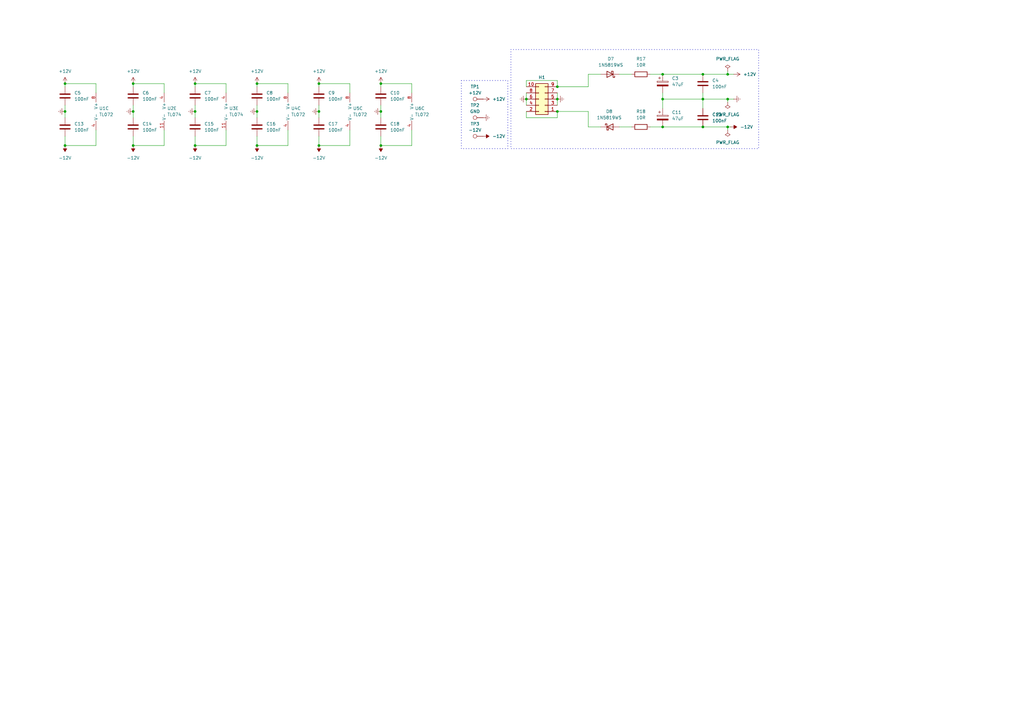
<source format=kicad_sch>
(kicad_sch (version 20250114) (generator "eeschema") (generator_version "9.0")
  (paper "A3")
  (lib_symbols
    (symbol "Amplifier_Operational:TL072" (pin_names (offset 0.127))
      (property "Reference" "U" (at 0 5.08 0))
      (property "Value" "TL072" (at 0 -5.08 0))
      (symbol "TL072_1_1"
        (polyline (pts (xy -5.08 5.08) (xy 5.08 0) (xy -5.08 -5.08) (xy -5.08 5.08)) (stroke (width 0.254)) (fill (type background)))
        (pin input line (at -7.62 2.54 0) (length 2.54) (name "+") (number "3"))
        (pin input line (at -7.62 -2.54 0) (length 2.54) (name "-") (number "2"))
        (pin output line (at 7.62 0 180) (length 2.54) (name "~") (number "1"))
      )
      (symbol "TL072_2_1"
        (polyline (pts (xy -5.08 5.08) (xy 5.08 0) (xy -5.08 -5.08) (xy -5.08 5.08)) (stroke (width 0.254)) (fill (type background)))
        (pin input line (at -7.62 2.54 0) (length 2.54) (name "+") (number "5"))
        (pin input line (at -7.62 -2.54 0) (length 2.54) (name "-") (number "6"))
        (pin output line (at 7.62 0 180) (length 2.54) (name "~") (number "7"))
      )
      (symbol "TL072_3_1"
        (pin power_in line (at -2.54 7.62 270) (length 3.81) (name "V+") (number "8"))
        (pin power_in line (at -2.54 -7.62 90) (length 3.81) (name "V-") (number "4"))
      )
    )
    (symbol "Amplifier_Operational:TL074" (pin_names (offset 0.127))
      (property "Reference" "U" (at 0 5.08 0))
      (property "Value" "TL074" (at 0 -5.08 0))
      (symbol "TL074_1_1"
        (polyline (pts (xy -5.08 5.08) (xy 5.08 0) (xy -5.08 -5.08) (xy -5.08 5.08)) (stroke (width 0.254)) (fill (type background)))
        (pin input line (at -7.62 2.54 0) (length 2.54) (name "+") (number "3"))
        (pin input line (at -7.62 -2.54 0) (length 2.54) (name "-") (number "2"))
        (pin output line (at 7.62 0 180) (length 2.54) (name "~") (number "1"))
      )
      (symbol "TL074_2_1"
        (polyline (pts (xy -5.08 5.08) (xy 5.08 0) (xy -5.08 -5.08) (xy -5.08 5.08)) (stroke (width 0.254)) (fill (type background)))
        (pin input line (at -7.62 2.54 0) (length 2.54) (name "+") (number "5"))
        (pin input line (at -7.62 -2.54 0) (length 2.54) (name "-") (number "6"))
        (pin output line (at 7.62 0 180) (length 2.54) (name "~") (number "7"))
      )
      (symbol "TL074_3_1"
        (polyline (pts (xy -5.08 5.08) (xy 5.08 0) (xy -5.08 -5.08) (xy -5.08 5.08)) (stroke (width 0.254)) (fill (type background)))
        (pin input line (at -7.62 2.54 0) (length 2.54) (name "+") (number "10"))
        (pin input line (at -7.62 -2.54 0) (length 2.54) (name "-") (number "9"))
        (pin output line (at 7.62 0 180) (length 2.54) (name "~") (number "8"))
      )
      (symbol "TL074_4_1"
        (polyline (pts (xy -5.08 5.08) (xy 5.08 0) (xy -5.08 -5.08) (xy -5.08 5.08)) (stroke (width 0.254)) (fill (type background)))
        (pin input line (at -7.62 2.54 0) (length 2.54) (name "+") (number "12"))
        (pin input line (at -7.62 -2.54 0) (length 2.54) (name "-") (number "13"))
        (pin output line (at 7.62 0 180) (length 2.54) (name "~") (number "14"))
      )
      (symbol "TL074_5_1"
        (pin power_in line (at -2.54 7.62 270) (length 3.81) (name "V+") (number "4"))
        (pin power_in line (at -2.54 -7.62 90) (length 3.81) (name "V-") (number "11"))
      )
    )
    (symbol "Connector:TestPoint" (pin_numbers (hide yes)) (pin_names (offset 0.762) (hide yes))
      (property "Reference" "TP" (at 0 6.858 0))
      (property "Value" "TestPoint" (at 0 5.08 0))
      (symbol "TestPoint_0_1"
        (circle (center 0 3.302) (radius 0.762))
      )
      (symbol "TestPoint_1_1"
        (pin passive line (at 0 0 90) (length 2.54) (name "1") (number "1"))
      )
    )
    (symbol "Device:C" (pin_numbers (hide yes)) (pin_names (offset 0.254))
      (property "Reference" "C" (at 0.635 2.54 0))
      (property "Value" "C" (at 0.635 -2.54 0))
      (symbol "C_0_1"
        (polyline (pts (xy -2.032 0.762) (xy 2.032 0.762)) (stroke (width 0.508)))
        (polyline (pts (xy -2.032 -0.762) (xy 2.032 -0.762)) (stroke (width 0.508)))
      )
      (symbol "C_1_1"
        (pin passive line (at 0 3.81 270) (length 2.794) (name "~") (number "1"))
        (pin passive line (at 0 -3.81 90) (length 2.794) (name "~") (number "2"))
      )
    )
    (symbol "Device:C_Polarized" (pin_numbers (hide yes)) (pin_names (offset 0.254))
      (property "Reference" "C" (at 0.635 2.54 0))
      (property "Value" "C_Polarized" (at 0.635 -2.54 0))
      (symbol "C_Polarized_0_1"
        (rectangle (start -2.286 0.508) (end 2.286 1.016))
        (polyline (pts (xy -1.778 2.286) (xy -0.762 2.286)))
        (polyline (pts (xy -1.27 2.794) (xy -1.27 1.778)))
        (rectangle (start 2.286 -0.508) (end -2.286 -1.016) (fill (type outline)))
      )
      (symbol "C_Polarized_1_1"
        (pin passive line (at 0 3.81 270) (length 2.794) (name "~") (number "1"))
        (pin passive line (at 0 -3.81 90) (length 2.794) (name "~") (number "2"))
      )
    )
    (symbol "Device:R" (pin_numbers (hide yes)) (pin_names (offset 0))
      (property "Reference" "R" (at 2.032 0 90))
      (property "Value" "R" (at 0 0 90))
      (symbol "R_0_1"
        (rectangle (start -1.016 -2.54) (end 1.016 2.54) (stroke (width 0.254)))
      )
      (symbol "R_1_1"
        (pin passive line (at 0 3.81 270) (length 1.27) (name "~") (number "1"))
        (pin passive line (at 0 -3.81 90) (length 1.27) (name "~") (number "2"))
      )
    )
    (symbol "Diode:1N5819WS" (pin_numbers (hide yes)) (pin_names (offset 1.016) (hide yes))
      (property "Reference" "D" (at 0 2.54 0))
      (property "Value" "1N5819WS" (at 0 -2.54 0))
      (symbol "1N5819WS_0_1"
        (polyline (pts (xy -1.905 0.635) (xy -1.905 1.27) (xy -1.27 1.27) (xy -1.27 -1.27) (xy -0.635 -1.27) (xy -0.635 -0.635)) (stroke (width 0.254)))
        (polyline (pts (xy 1.27 1.27) (xy 1.27 -1.27) (xy -1.27 0) (xy 1.27 1.27)) (stroke (width 0.254)))
        (polyline (pts (xy 1.27 0) (xy -1.27 0)))
      )
      (symbol "1N5819WS_1_1"
        (pin passive line (at -3.81 0 0) (length 2.54) (name "K") (number "1"))
        (pin passive line (at 3.81 0 180) (length 2.54) (name "A") (number "2"))
      )
    )
    (symbol "power:+12V" (power) (pin_numbers (hide yes)) (pin_names (offset 0) (hide yes))
      (property "Value" "+12V" (at 0 3.556 0))
      (symbol "+12V_0_1"
        (polyline (pts (xy -0.762 1.27) (xy 0 2.54)))
        (polyline (pts (xy 0 2.54) (xy 0.762 1.27)))
        (polyline (pts (xy 0 0) (xy 0 2.54)))
      )
      (symbol "+12V_1_1"
        (pin power_in line (at 0 0 90) (length 0) (name "~") (number "1"))
      )
    )
    (symbol "power:-12V" (power) (pin_numbers (hide yes)) (pin_names (offset 0) (hide yes))
      (property "Value" "-12V" (at 0 3.556 0))
      (symbol "-12V_0_0"
        (pin power_in line (at 0 0 90) (length 0) (name "~") (number "1"))
      )
      (symbol "-12V_0_1"
        (polyline (pts (xy 0 0) (xy 0 1.27) (xy 0.762 1.27) (xy 0 2.54) (xy -0.762 1.27) (xy 0 1.27)) (fill (type outline)))
      )
    )
    (symbol "power:GNDREF" (power) (pin_numbers (hide yes)) (pin_names (offset 0) (hide yes))
      (property "Value" "GNDREF" (at 0 -3.81 0))
      (symbol "GNDREF_0_1"
        (polyline (pts (xy -0.635 -1.905) (xy 0.635 -1.905)))
        (polyline (pts (xy -0.127 -2.54) (xy 0.127 -2.54)))
        (polyline (pts (xy 0 -1.27) (xy 0 0)))
        (polyline (pts (xy 1.27 -1.27) (xy -1.27 -1.27)))
      )
      (symbol "GNDREF_1_1"
        (pin power_in line (at 0 0 270) (length 0) (name "~") (number "1"))
      )
    )
    (symbol "power:PWR_FLAG" (power) (pin_numbers (hide yes)) (pin_names (offset 0) (hide yes))
      (property "Value" "PWR_FLAG" (at 0 3.81 0))
      (symbol "PWR_FLAG_0_0"
        (pin power_out line (at 0 0 90) (length 0) (name "~") (number "1"))
      )
      (symbol "PWR_FLAG_0_1"
        (polyline (pts (xy 0 0) (xy 0 1.27) (xy -1.016 1.905) (xy 0 2.54) (xy 1.016 1.905) (xy 0 1.27)))
      )
    )
    (symbol "synth:Conn_02x05_EuroRack_Power" (pin_names (offset 1.016) (hide yes))
      (property "Reference" "H13" (at 0 -11.43 0))
      (property "Value" "Conn_02x05_PWR_Eurorack" (at 0 -8.89 0))
      (symbol "Conn_02x05_EuroRack_Power_1_1"
        (rectangle (start -2.54 6.35) (end 2.54 -6.35) (stroke (width 0.254)) (fill (type background)))
        (rectangle (start -2.54 5.207) (end -1.27 4.953) (stroke (width 0.1524)))
        (rectangle (start -2.54 2.667) (end -1.27 2.413) (stroke (width 0.1524)))
        (rectangle (start -2.54 0.127) (end -1.27 -0.127) (stroke (width 0.1524)))
        (rectangle (start -2.54 -2.413) (end -1.27 -2.667) (stroke (width 0.1524)))
        (rectangle (start -2.54 -4.953) (end -1.27 -5.207) (stroke (width 0.1524)))
        (rectangle (start 2.54 5.207) (end 1.27 4.953) (stroke (width 0.1524)))
        (rectangle (start 2.54 2.667) (end 1.27 2.413) (stroke (width 0.1524)))
        (rectangle (start 2.54 0.127) (end 1.27 -0.127) (stroke (width 0.1524)))
        (rectangle (start 2.54 -2.413) (end 1.27 -2.667) (stroke (width 0.1524)))
        (rectangle (start 2.54 -4.953) (end 1.27 -5.207) (stroke (width 0.1524)))
        (pin passive line (at -6.35 5.08 0) (length 3.81) (name "Pin_1") (number "1"))
        (pin passive line (at -6.35 2.54 0) (length 3.81) (name "Pin_3") (number "3"))
        (pin passive line (at -6.35 0 0) (length 3.81) (name "Pin_5") (number "5"))
        (pin passive line (at -6.35 -2.54 0) (length 3.81) (name "Pin_7") (number "7"))
        (pin passive line (at -6.35 -5.08 0) (length 3.81) (name "Pin_9") (number "9"))
        (pin passive line (at 6.35 5.08 180) (length 3.81) (name "Pin_2") (number "2"))
        (pin passive line (at 6.35 2.54 180) (length 3.81) (name "Pin_4") (number "4"))
        (pin passive line (at 6.35 0 180) (length 3.81) (name "Pin_6") (number "6"))
        (pin passive line (at 6.35 -2.54 180) (length 3.81) (name "Pin_8") (number "8"))
        (pin passive line (at 6.35 -5.08 180) (length 3.81) (name "Pin_10") (number "10"))
      )
    )
  )
  (rectangle (start 189.23 33.02) (end 208.28 60.96) (stroke (width 0.254) (type dot)))
  (rectangle (start 209.55 20.32) (end 311.15 60.96) (stroke (width 0.25) (type dot)))
  (junction (at 80.01 34.29))
  (junction (at 156.21 34.29))
  (junction (at 156.21 59.69))
  (junction (at 228.6 45.72))
  (junction (at 54.61 59.69))
  (junction (at 105.41 34.29))
  (junction (at 271.78 30.48))
  (junction (at 228.6 35.56))
  (junction (at 298.45 40.64))
  (junction (at 130.81 34.29))
  (junction (at 26.67 45.72))
  (junction (at 271.78 40.64))
  (junction (at 298.45 52.07))
  (junction (at 228.6 40.64))
  (junction (at 130.81 45.72))
  (junction (at 215.9 40.64))
  (junction (at 105.41 59.69))
  (junction (at 288.29 30.48))
  (junction (at 288.29 40.64))
  (junction (at 54.61 34.29))
  (junction (at 26.67 59.69))
  (junction (at 80.01 59.69))
  (junction (at 298.45 30.48))
  (junction (at 105.41 45.72))
  (junction (at 271.78 52.07))
  (junction (at 54.61 45.72))
  (junction (at 156.21 45.72))
  (junction (at 288.29 52.07))
  (junction (at 26.67 34.29))
  (junction (at 130.81 59.69))
  (junction (at 80.01 45.72))
  (wire (pts (xy 143.51 59.69) (xy 130.81 59.69)))
  (wire (pts (xy 92.71 59.69) (xy 80.01 59.69)))
  (wire (pts (xy 80.01 34.29) (xy 80.01 35.56)))
  (wire (pts (xy 254 52.07) (xy 259.08 52.07)))
  (wire (pts (xy 26.67 34.29) (xy 26.67 35.56)))
  (wire (pts (xy 241.3 52.07) (xy 246.38 52.07)))
  (wire (pts (xy 39.37 38.1) (xy 39.37 34.29)))
  (wire (pts (xy 80.01 59.69) (xy 80.01 55.88)))
  (wire (pts (xy 26.67 48.26) (xy 26.67 45.72)))
  (wire (pts (xy 288.29 38.1) (xy 288.29 40.64)))
  (wire (pts (xy 215.9 45.72) (xy 215.9 48.26)))
  (wire (pts (xy 143.51 53.34) (xy 143.51 59.69)))
  (wire (pts (xy 156.21 48.26) (xy 156.21 45.72)))
  (wire (pts (xy 168.91 53.34) (xy 168.91 59.69)))
  (wire (pts (xy 105.41 59.69) (xy 105.41 55.88)))
  (wire (pts (xy 298.45 53.34) (xy 298.45 52.07)))
  (wire (pts (xy 215.9 33.02) (xy 215.9 35.56)))
  (wire (pts (xy 130.81 34.29) (xy 130.81 35.56)))
  (wire (pts (xy 228.6 48.26) (xy 228.6 45.72)))
  (wire (pts (xy 130.81 43.18) (xy 130.81 45.72)))
  (wire (pts (xy 168.91 34.29) (xy 156.21 34.29)))
  (wire (pts (xy 67.31 53.34) (xy 67.31 59.69)))
  (wire (pts (xy 254 30.48) (xy 259.08 30.48)))
  (wire (pts (xy 156.21 43.18) (xy 156.21 45.72)))
  (wire (pts (xy 215.9 40.64) (xy 215.9 43.18)))
  (wire (pts (xy 105.41 34.29) (xy 105.41 35.56)))
  (wire (pts (xy 298.45 52.07) (xy 299.72 52.07)))
  (wire (pts (xy 156.21 59.69) (xy 156.21 55.88)))
  (wire (pts (xy 271.78 38.1) (xy 271.78 40.64)))
  (wire (pts (xy 298.45 40.64) (xy 300.99 40.64)))
  (wire (pts (xy 130.81 48.26) (xy 130.81 45.72)))
  (wire (pts (xy 80.01 43.18) (xy 80.01 45.72)))
  (wire (pts (xy 228.6 40.64) (xy 228.6 43.18)))
  (wire (pts (xy 54.61 59.69) (xy 54.61 55.88)))
  (wire (pts (xy 241.3 30.48) (xy 241.3 35.56)))
  (wire (pts (xy 143.51 38.1) (xy 143.51 34.29)))
  (wire (pts (xy 228.6 38.1) (xy 228.6 40.64)))
  (wire (pts (xy 67.31 59.69) (xy 54.61 59.69)))
  (wire (pts (xy 298.45 30.48) (xy 300.99 30.48)))
  (wire (pts (xy 92.71 34.29) (xy 80.01 34.29)))
  (wire (pts (xy 143.51 34.29) (xy 130.81 34.29)))
  (wire (pts (xy 241.3 35.56) (xy 228.6 35.56)))
  (wire (pts (xy 118.11 53.34) (xy 118.11 59.69)))
  (wire (pts (xy 67.31 38.1) (xy 67.31 34.29)))
  (wire (pts (xy 298.45 29.21) (xy 298.45 30.48)))
  (wire (pts (xy 130.81 59.69) (xy 130.81 55.88)))
  (wire (pts (xy 54.61 34.29) (xy 54.61 35.56)))
  (wire (pts (xy 266.7 52.07) (xy 271.78 52.07)))
  (wire (pts (xy 118.11 34.29) (xy 105.41 34.29)))
  (wire (pts (xy 39.37 34.29) (xy 26.67 34.29)))
  (wire (pts (xy 271.78 52.07) (xy 288.29 52.07)))
  (wire (pts (xy 168.91 38.1) (xy 168.91 34.29)))
  (wire (pts (xy 39.37 59.69) (xy 26.67 59.69)))
  (wire (pts (xy 80.01 48.26) (xy 80.01 45.72)))
  (wire (pts (xy 118.11 38.1) (xy 118.11 34.29)))
  (wire (pts (xy 271.78 40.64) (xy 288.29 40.64)))
  (wire (pts (xy 118.11 59.69) (xy 105.41 59.69)))
  (wire (pts (xy 298.45 41.91) (xy 298.45 40.64)))
  (wire (pts (xy 266.7 30.48) (xy 271.78 30.48)))
  (wire (pts (xy 241.3 30.48) (xy 246.38 30.48)))
  (wire (pts (xy 156.21 34.29) (xy 156.21 35.56)))
  (wire (pts (xy 26.67 59.69) (xy 26.67 55.88)))
  (wire (pts (xy 67.31 34.29) (xy 54.61 34.29)))
  (wire (pts (xy 105.41 43.18) (xy 105.41 45.72)))
  (wire (pts (xy 228.6 45.72) (xy 241.3 45.72)))
  (wire (pts (xy 288.29 40.64) (xy 288.29 44.45)))
  (wire (pts (xy 288.29 52.07) (xy 298.45 52.07)))
  (wire (pts (xy 215.9 48.26) (xy 228.6 48.26)))
  (wire (pts (xy 215.9 38.1) (xy 215.9 40.64)))
  (wire (pts (xy 228.6 33.02) (xy 215.9 33.02)))
  (wire (pts (xy 288.29 40.64) (xy 298.45 40.64)))
  (wire (pts (xy 39.37 53.34) (xy 39.37 59.69)))
  (wire (pts (xy 168.91 59.69) (xy 156.21 59.69)))
  (wire (pts (xy 105.41 48.26) (xy 105.41 45.72)))
  (wire (pts (xy 92.71 38.1) (xy 92.71 34.29)))
  (wire (pts (xy 241.3 45.72) (xy 241.3 52.07)))
  (wire (pts (xy 54.61 48.26) (xy 54.61 45.72)))
  (wire (pts (xy 92.71 53.34) (xy 92.71 59.69)))
  (wire (pts (xy 271.78 40.64) (xy 271.78 44.45)))
  (wire (pts (xy 271.78 30.48) (xy 288.29 30.48)))
  (wire (pts (xy 288.29 30.48) (xy 298.45 30.48)))
  (wire (pts (xy 26.67 43.18) (xy 26.67 45.72)))
  (wire (pts (xy 54.61 43.18) (xy 54.61 45.72)))
  (wire (pts (xy 228.6 35.56) (xy 228.6 33.02)))
  (symbol (lib_id "Device:C") (at 80.01 39.37 0) (unit 1)
    (property "Reference" "C7" (at 83.82 38.0999 0) (effects (justify left)))
    (property "Value" "100nF" (at 83.82 40.6399 0) (effects (justify left)))
    (property "Footprint" "Capacitor_SMD:C_0805_2012Metric_Pad1.18x1.45mm_HandSolder" (effects (hide yes)))
    (property "Description" "Unpolarized capacitor" (effects (hide yes)))
  )
  (symbol (lib_id "Device:C") (at 105.41 52.07 0) (unit 1)
    (property "Reference" "C16" (at 109.22 50.7999 0) (effects (justify left)))
    (property "Value" "100nF" (at 109.22 53.3399 0) (effects (justify left)))
    (property "Footprint" "Capacitor_SMD:C_0805_2012Metric_Pad1.18x1.45mm_HandSolder" (effects (hide yes)))
    (property "Description" "Unpolarized capacitor" (effects (hide yes)))
  )
  (symbol (lib_id "Device:C") (at 54.61 39.37 0) (unit 1)
    (property "Reference" "C6" (at 58.42 38.0999 0) (effects (justify left)))
    (property "Value" "100nF" (at 58.42 40.6399 0) (effects (justify left)))
    (property "Footprint" "Capacitor_SMD:C_0805_2012Metric_Pad1.18x1.45mm_HandSolder" (effects (hide yes)))
    (property "Description" "Unpolarized capacitor" (effects (hide yes)))
  )
  (symbol (lib_id "Device:C") (at 105.41 39.37 0) (unit 1)
    (property "Reference" "C8" (at 109.22 38.0999 0) (effects (justify left)))
    (property "Value" "100nF" (at 109.22 40.6399 0) (effects (justify left)))
    (property "Footprint" "Capacitor_SMD:C_0805_2012Metric_Pad1.18x1.45mm_HandSolder" (effects (hide yes)))
    (property "Description" "Unpolarized capacitor" (effects (hide yes)))
  )
  (symbol (lib_id "power:-12V") (at 299.72 52.07 270) (unit 1)
    (property "Reference" "#PWR039" (effects (hide yes)))
    (property "Value" "-12V" (at 303.53 52.0699 90) (effects (justify left)))
    (property "Description" "Power symbol creates a global label with name \"-12V\"" (effects (hide yes)))
  )
  (symbol (lib_id "Device:C") (at 288.29 48.26 0) (unit 1)
    (property "Reference" "C12" (at 292.1 46.9899 0) (effects (justify left)))
    (property "Value" "100nF" (at 292.1 49.5299 0) (effects (justify left)))
    (property "Footprint" "Capacitor_SMD:C_0805_2012Metric_Pad1.18x1.45mm_HandSolder" (effects (hide yes)))
    (property "Description" "Unpolarized capacitor" (effects (hide yes)))
  )
  (symbol (lib_id "Amplifier_Operational:TL072") (at 146.05 45.72 0) (unit 3)
    (property "Reference" "U5" (at 144.78 44.4499 0) (effects (justify left)))
    (property "Value" "TL072" (at 144.78 46.9899 0) (effects (justify left)))
    (property "Footprint" "Synth:SOIC-8" (effects (hide yes)))
    (property "Datasheet" "http://www.ti.com/lit/ds/symlink/tl071.pdf" (effects (hide yes)))
    (property "Description" "Dual Low-Noise JFET-Input Operational Amplifiers, DIP-8/SOIC-8" (effects (hide yes)))
  )
  (symbol (lib_id "Device:C") (at 26.67 39.37 0) (unit 1)
    (property "Reference" "C5" (at 30.48 38.0999 0) (effects (justify left)))
    (property "Value" "100nF" (at 30.48 40.6399 0) (effects (justify left)))
    (property "Footprint" "Capacitor_SMD:C_0805_2012Metric_Pad1.18x1.45mm_HandSolder" (effects (hide yes)))
    (property "Description" "Unpolarized capacitor" (effects (hide yes)))
  )
  (symbol (lib_id "Amplifier_Operational:TL072") (at 41.91 45.72 0) (unit 3)
    (property "Reference" "U1" (at 40.64 44.4499 0) (effects (justify left)))
    (property "Value" "TL072" (at 40.64 46.9899 0) (effects (justify left)))
    (property "Footprint" "Synth:SOIC-8" (effects (hide yes)))
    (property "Datasheet" "http://www.ti.com/lit/ds/symlink/tl071.pdf" (effects (hide yes)))
    (property "Description" "Dual Low-Noise JFET-Input Operational Amplifiers, DIP-8/SOIC-8" (effects (hide yes)))
  )
  (symbol (lib_id "Device:R") (at 262.89 52.07 90) (unit 1)
    (property "Reference" "R18" (at 262.89 45.72 90))
    (property "Value" "10R" (at 262.89 48.26 90))
    (property "Footprint" "Resistor_SMD:R_0805_2012Metric_Pad1.20x1.40mm_HandSolder" (effects (hide yes)))
    (property "Description" "Resistor" (effects (hide yes)))
  )
  (symbol (lib_id "Device:C") (at 54.61 52.07 0) (unit 1)
    (property "Reference" "C14" (at 58.42 50.7999 0) (effects (justify left)))
    (property "Value" "100nF" (at 58.42 53.3399 0) (effects (justify left)))
    (property "Footprint" "Capacitor_SMD:C_0805_2012Metric_Pad1.18x1.45mm_HandSolder" (effects (hide yes)))
    (property "Description" "Unpolarized capacitor" (effects (hide yes)))
  )
  (symbol (lib_id "power:PWR_FLAG") (at 298.45 29.21 0) (unit 1) (exclude_from_sim yes) (in_bom no)
    (property "Reference" "#FLG01" (effects (hide yes)))
    (property "Value" "PWR_FLAG" (at 298.45 24.13 0))
    (property "Description" "Special symbol for telling ERC where power comes from" (effects (hide yes)))
  )
  (symbol (lib_id "Amplifier_Operational:TL074") (at 90.17 45.72 0) (mirror y) (unit 5)
    (property "Reference" "U3" (at 93.98 44.4499 0) (effects (justify right)))
    (property "Value" "TL074" (at 93.98 46.9899 0) (effects (justify right)))
    (property "Footprint" "Synth:SOIC-14" (effects (hide yes)))
    (property "Datasheet" "http://www.ti.com/lit/ds/symlink/tl071.pdf" (effects (hide yes)))
    (property "Description" "Quad Low-Noise JFET-Input Operational Amplifiers, DIP-14/SOIC-14" (effects (hide yes)))
  )
  (symbol (lib_id "Connector:TestPoint") (at 198.12 40.64 90) (unit 1) (in_bom no)
    (property "Reference" "TP1" (at 194.818 35.56 90))
    (property "Value" "+12V" (at 194.818 38.1 90))
    (property "Footprint" "Connector_Pin:Pin_D1.0mm_L10.0mm" (effects (hide yes)))
    (property "Description" "test point" (effects (hide yes)))
  )
  (symbol (lib_id "power:PWR_FLAG") (at 298.45 41.91 180) (unit 1) (exclude_from_sim yes) (in_bom no)
    (property "Reference" "#FLG02" (effects (hide yes)))
    (property "Value" "PWR_FLAG" (at 298.45 46.99 0))
    (property "Description" "Special symbol for telling ERC where power comes from" (effects (hide yes)))
  )
  (symbol (lib_id "Device:C_Polarized") (at 271.78 48.26 0) (unit 1)
    (property "Reference" "C11" (at 275.59 46.1009 0) (effects (justify left)))
    (property "Value" "47uF" (at 275.59 48.6409 0) (effects (justify left)))
    (property "Footprint" "Capacitor_THT:CP_Radial_D6.3mm_P2.50mm" (effects (hide yes)))
    (property "Description" "Polarized capacitor" (effects (hide yes)))
  )
  (symbol (lib_id "power:GNDREF") (at 300.99 40.64 90) (unit 1)
    (property "Reference" "#PWR031" (effects (hide yes)))
    (property "Value" "GNDREF" (effects (hide yes)))
    (property "Description" "Power symbol creates a global label with name \"GNDREF\" , reference supply ground" (effects (hide yes)))
  )
  (symbol (lib_id "power:GNDREF") (at 156.21 45.72 270) (unit 1)
    (property "Reference" "#PWR037" (effects (hide yes)))
    (property "Value" "GNDREF" (effects (hide yes)))
    (property "Description" "Power symbol creates a global label with name \"GNDREF\" , reference supply ground" (effects (hide yes)))
  )
  (symbol (lib_id "power:-12V") (at 26.67 59.69 180) (unit 1)
    (property "Reference" "#PWR041" (effects (hide yes)))
    (property "Value" "-12V" (at 26.67 64.77 0))
    (property "Description" "Power symbol creates a global label with name \"-12V\"" (effects (hide yes)))
  )
  (symbol (lib_id "Device:C") (at 130.81 52.07 0) (unit 1)
    (property "Reference" "C17" (at 134.62 50.7999 0) (effects (justify left)))
    (property "Value" "100nF" (at 134.62 53.3399 0) (effects (justify left)))
    (property "Footprint" "Capacitor_SMD:C_0805_2012Metric_Pad1.18x1.45mm_HandSolder" (effects (hide yes)))
    (property "Description" "Unpolarized capacitor" (effects (hide yes)))
  )
  (symbol (lib_id "synth:Conn_02x05_EuroRack_Power") (at 222.25 40.64 180) (unit 1)
    (property "Reference" "H1" (at 222.25 31.75 0))
    (property "Value" "Conn_02x05_PWR_Eurorack" (effects (hide yes)))
    (property "Footprint" "Synth:IDC-Header_2x05_P2.54mm_Vertical" (effects (hide yes)))
  )
  (symbol (lib_id "Device:C_Polarized") (at 271.78 34.29 0) (unit 1)
    (property "Reference" "C3" (at 275.59 32.1309 0) (effects (justify left)))
    (property "Value" "47uF" (at 275.59 34.6709 0) (effects (justify left)))
    (property "Footprint" "Capacitor_THT:CP_Radial_D6.3mm_P2.50mm" (effects (hide yes)))
    (property "Description" "Polarized capacitor" (effects (hide yes)))
  )
  (symbol (lib_id "power:+12V") (at 54.61 34.29 0) (unit 1)
    (property "Reference" "#PWR023" (effects (hide yes)))
    (property "Value" "+12V" (at 54.61 29.21 0))
    (property "Description" "Power symbol creates a global label with name \"+12V\"" (effects (hide yes)))
  )
  (symbol (lib_id "power:+12V") (at 80.01 34.29 0) (unit 1)
    (property "Reference" "#PWR024" (effects (hide yes)))
    (property "Value" "+12V" (at 80.01 29.21 0))
    (property "Description" "Power symbol creates a global label with name \"+12V\"" (effects (hide yes)))
  )
  (symbol (lib_id "power:GNDREF") (at 26.67 45.72 270) (unit 1)
    (property "Reference" "#PWR032" (effects (hide yes)))
    (property "Value" "GNDREF" (effects (hide yes)))
    (property "Description" "Power symbol creates a global label with name \"GNDREF\" , reference supply ground" (effects (hide yes)))
  )
  (symbol (lib_id "power:GNDREF") (at 228.6 40.64 90) (unit 1)
    (property "Reference" "#PWR030" (effects (hide yes)))
    (property "Value" "GNDREF" (effects (hide yes)))
    (property "Description" "Power symbol creates a global label with name \"GNDREF\" , reference supply ground" (effects (hide yes)))
  )
  (symbol (lib_id "Device:C") (at 156.21 52.07 0) (unit 1)
    (property "Reference" "C18" (at 160.02 50.7999 0) (effects (justify left)))
    (property "Value" "100nF" (at 160.02 53.3399 0) (effects (justify left)))
    (property "Footprint" "Capacitor_SMD:C_0805_2012Metric_Pad1.18x1.45mm_HandSolder" (effects (hide yes)))
    (property "Description" "Unpolarized capacitor" (effects (hide yes)))
  )
  (symbol (lib_id "power:+12V") (at 105.41 34.29 0) (unit 1)
    (property "Reference" "#PWR025" (effects (hide yes)))
    (property "Value" "+12V" (at 105.41 29.21 0))
    (property "Description" "Power symbol creates a global label with name \"+12V\"" (effects (hide yes)))
  )
  (symbol (lib_id "power:GNDREF") (at 198.12 48.26 90) (unit 1)
    (property "Reference" "#PWR038" (effects (hide yes)))
    (property "Value" "GNDREF" (effects (hide yes)))
    (property "Description" "Power symbol creates a global label with name \"GNDREF\" , reference supply ground" (effects (hide yes)))
  )
  (symbol (lib_id "Device:C") (at 80.01 52.07 0) (unit 1)
    (property "Reference" "C15" (at 83.82 50.7999 0) (effects (justify left)))
    (property "Value" "100nF" (at 83.82 53.3399 0) (effects (justify left)))
    (property "Footprint" "Capacitor_SMD:C_0805_2012Metric_Pad1.18x1.45mm_HandSolder" (effects (hide yes)))
    (property "Description" "Unpolarized capacitor" (effects (hide yes)))
  )
  (symbol (lib_id "power:GNDREF") (at 215.9 40.64 270) (unit 1)
    (property "Reference" "#PWR029" (effects (hide yes)))
    (property "Value" "GNDREF" (effects (hide yes)))
    (property "Description" "Power symbol creates a global label with name \"GNDREF\" , reference supply ground" (effects (hide yes)))
  )
  (symbol (lib_id "Amplifier_Operational:TL072") (at 171.45 45.72 0) (unit 3)
    (property "Reference" "U6" (at 170.18 44.4499 0) (effects (justify left)))
    (property "Value" "TL072" (at 170.18 46.9899 0) (effects (justify left)))
    (property "Footprint" "Synth:SOIC-8" (effects (hide yes)))
    (property "Datasheet" "http://www.ti.com/lit/ds/symlink/tl071.pdf" (effects (hide yes)))
    (property "Description" "Dual Low-Noise JFET-Input Operational Amplifiers, DIP-8/SOIC-8" (effects (hide yes)))
  )
  (symbol (lib_id "Connector:TestPoint") (at 198.12 55.88 90) (unit 1) (in_bom no)
    (property "Reference" "TP3" (at 194.818 50.8 90))
    (property "Value" "-12V" (at 194.818 53.34 90))
    (property "Footprint" "Connector_Pin:Pin_D1.0mm_L10.0mm" (effects (hide yes)))
    (property "Description" "test point" (effects (hide yes)))
  )
  (symbol (lib_id "Device:C") (at 26.67 52.07 0) (unit 1)
    (property "Reference" "C13" (at 30.48 50.7999 0) (effects (justify left)))
    (property "Value" "100nF" (at 30.48 53.3399 0) (effects (justify left)))
    (property "Footprint" "Capacitor_SMD:C_0805_2012Metric_Pad1.18x1.45mm_HandSolder" (effects (hide yes)))
    (property "Description" "Unpolarized capacitor" (effects (hide yes)))
  )
  (symbol (lib_id "power:-12V") (at 198.12 55.88 270) (unit 1)
    (property "Reference" "#PWR040" (effects (hide yes)))
    (property "Value" "-12V" (at 201.93 55.8799 90) (effects (justify left)))
    (property "Description" "Power symbol creates a global label with name \"-12V\"" (effects (hide yes)))
  )
  (symbol (lib_id "power:-12V") (at 105.41 59.69 180) (unit 1)
    (property "Reference" "#PWR044" (effects (hide yes)))
    (property "Value" "-12V" (at 105.41 64.77 0))
    (property "Description" "Power symbol creates a global label with name \"-12V\"" (effects (hide yes)))
  )
  (symbol (lib_id "power:GNDREF") (at 54.61 45.72 270) (unit 1)
    (property "Reference" "#PWR033" (effects (hide yes)))
    (property "Value" "GNDREF" (effects (hide yes)))
    (property "Description" "Power symbol creates a global label with name \"GNDREF\" , reference supply ground" (effects (hide yes)))
  )
  (symbol (lib_id "power:+12V") (at 198.12 40.64 270) (unit 1)
    (property "Reference" "#PWR028" (effects (hide yes)))
    (property "Value" "+12V" (at 201.93 40.6399 90) (effects (justify left)))
    (property "Description" "Power symbol creates a global label with name \"+12V\"" (effects (hide yes)))
  )
  (symbol (lib_id "power:GNDREF") (at 80.01 45.72 270) (unit 1)
    (property "Reference" "#PWR034" (effects (hide yes)))
    (property "Value" "GNDREF" (effects (hide yes)))
    (property "Description" "Power symbol creates a global label with name \"GNDREF\" , reference supply ground" (effects (hide yes)))
  )
  (symbol (lib_id "power:+12V") (at 300.99 30.48 270) (unit 1)
    (property "Reference" "#PWR021" (effects (hide yes)))
    (property "Value" "+12V" (at 304.8 30.4799 90) (effects (justify left)))
    (property "Description" "Power symbol creates a global label with name \"+12V\"" (effects (hide yes)))
  )
  (symbol (lib_id "Amplifier_Operational:TL074") (at 64.77 45.72 0) (mirror y) (unit 5)
    (property "Reference" "U2" (at 68.58 44.4499 0) (effects (justify right)))
    (property "Value" "TL074" (at 68.58 46.9899 0) (effects (justify right)))
    (property "Footprint" "Synth:SOIC-14" (effects (hide yes)))
    (property "Datasheet" "http://www.ti.com/lit/ds/symlink/tl071.pdf" (effects (hide yes)))
    (property "Description" "Quad Low-Noise JFET-Input Operational Amplifiers, DIP-14/SOIC-14" (effects (hide yes)))
  )
  (symbol (lib_id "Device:C") (at 130.81 39.37 0) (unit 1)
    (property "Reference" "C9" (at 134.62 38.0999 0) (effects (justify left)))
    (property "Value" "100nF" (at 134.62 40.6399 0) (effects (justify left)))
    (property "Footprint" "Capacitor_SMD:C_0805_2012Metric_Pad1.18x1.45mm_HandSolder" (effects (hide yes)))
    (property "Description" "Unpolarized capacitor" (effects (hide yes)))
  )
  (symbol (lib_id "power:+12V") (at 130.81 34.29 0) (unit 1)
    (property "Reference" "#PWR026" (effects (hide yes)))
    (property "Value" "+12V" (at 130.81 29.21 0))
    (property "Description" "Power symbol creates a global label with name \"+12V\"" (effects (hide yes)))
  )
  (symbol (lib_id "Device:C") (at 288.29 34.29 0) (unit 1)
    (property "Reference" "C4" (at 292.1 33.0199 0) (effects (justify left)))
    (property "Value" "100nF" (at 292.1 35.5599 0) (effects (justify left)))
    (property "Footprint" "Capacitor_SMD:C_0805_2012Metric_Pad1.18x1.45mm_HandSolder" (effects (hide yes)))
    (property "Description" "Unpolarized capacitor" (effects (hide yes)))
  )
  (symbol (lib_id "power:GNDREF") (at 130.81 45.72 270) (unit 1)
    (property "Reference" "#PWR036" (effects (hide yes)))
    (property "Value" "GNDREF" (effects (hide yes)))
    (property "Description" "Power symbol creates a global label with name \"GNDREF\" , reference supply ground" (effects (hide yes)))
  )
  (symbol (lib_id "power:GNDREF") (at 105.41 45.72 270) (unit 1)
    (property "Reference" "#PWR035" (effects (hide yes)))
    (property "Value" "GNDREF" (effects (hide yes)))
    (property "Description" "Power symbol creates a global label with name \"GNDREF\" , reference supply ground" (effects (hide yes)))
  )
  (symbol (lib_id "Device:R") (at 262.89 30.48 90) (unit 1)
    (property "Reference" "R17" (at 262.89 24.13 90))
    (property "Value" "10R" (at 262.89 26.67 90))
    (property "Footprint" "Resistor_SMD:R_0805_2012Metric_Pad1.20x1.40mm_HandSolder" (effects (hide yes)))
    (property "Description" "Resistor" (effects (hide yes)))
  )
  (symbol (lib_id "power:-12V") (at 54.61 59.69 180) (unit 1)
    (property "Reference" "#PWR042" (effects (hide yes)))
    (property "Value" "-12V" (at 54.61 64.77 0))
    (property "Description" "Power symbol creates a global label with name \"-12V\"" (effects (hide yes)))
  )
  (symbol (lib_id "power:-12V") (at 130.81 59.69 180) (unit 1)
    (property "Reference" "#PWR045" (effects (hide yes)))
    (property "Value" "-12V" (at 130.81 64.77 0))
    (property "Description" "Power symbol creates a global label with name \"-12V\"" (effects (hide yes)))
  )
  (symbol (lib_id "Connector:TestPoint") (at 198.12 48.26 90) (unit 1) (in_bom no)
    (property "Reference" "TP2" (at 194.818 43.18 90))
    (property "Value" "GND" (at 194.818 45.72 90))
    (property "Footprint" "Connector_Pin:Pin_D1.0mm_L10.0mm" (effects (hide yes)))
    (property "Description" "test point" (effects (hide yes)))
  )
  (symbol (lib_id "Diode:1N5819WS") (at 250.19 52.07 0) (unit 1)
    (property "Reference" "D8" (at 249.8725 45.72 0))
    (property "Value" "1N5819WS" (at 249.8725 48.26 0))
    (property "Footprint" "Diode_SMD:D_SOD-323_HandSoldering" (effects (hide yes)))
    (property "Datasheet" "https://datasheet.lcsc.com/lcsc/2204281430_Guangdong-Hottech-1N5819WS_C191023.pdf" (effects (hide yes)))
    (property "Description" "40V 600mV@1A 1A SOD-323 Schottky Barrier Diodes, SOD-323" (effects (hide yes)))
  )
  (symbol (lib_id "power:PWR_FLAG") (at 298.45 53.34 180) (unit 1) (exclude_from_sim yes) (in_bom no)
    (property "Reference" "#FLG03" (effects (hide yes)))
    (property "Value" "PWR_FLAG" (at 298.45 58.42 0))
    (property "Description" "Special symbol for telling ERC where power comes from" (effects (hide yes)))
  )
  (symbol (lib_id "power:-12V") (at 156.21 59.69 180) (unit 1)
    (property "Reference" "#PWR046" (effects (hide yes)))
    (property "Value" "-12V" (at 156.21 64.77 0))
    (property "Description" "Power symbol creates a global label with name \"-12V\"" (effects (hide yes)))
  )
  (symbol (lib_id "Diode:1N5819WS") (at 250.19 30.48 180) (unit 1)
    (property "Reference" "D7" (at 250.5075 24.13 0))
    (property "Value" "1N5819WS" (at 250.5075 26.67 0))
    (property "Footprint" "Diode_SMD:D_SOD-323_HandSoldering" (effects (hide yes)))
    (property "Datasheet" "https://datasheet.lcsc.com/lcsc/2204281430_Guangdong-Hottech-1N5819WS_C191023.pdf" (effects (hide yes)))
    (property "Description" "40V 600mV@1A 1A SOD-323 Schottky Barrier Diodes, SOD-323" (effects (hide yes)))
  )
  (symbol (lib_id "power:+12V") (at 26.67 34.29 0) (unit 1)
    (property "Reference" "#PWR022" (effects (hide yes)))
    (property "Value" "+12V" (at 26.67 29.21 0))
    (property "Description" "Power symbol creates a global label with name \"+12V\"" (effects (hide yes)))
  )
  (symbol (lib_id "power:+12V") (at 156.21 34.29 0) (unit 1)
    (property "Reference" "#PWR027" (effects (hide yes)))
    (property "Value" "+12V" (at 156.21 29.21 0))
    (property "Description" "Power symbol creates a global label with name \"+12V\"" (effects (hide yes)))
  )
  (symbol (lib_id "Device:C") (at 156.21 39.37 0) (unit 1)
    (property "Reference" "C10" (at 160.02 38.0999 0) (effects (justify left)))
    (property "Value" "100nF" (at 160.02 40.6399 0) (effects (justify left)))
    (property "Footprint" "Capacitor_SMD:C_0805_2012Metric_Pad1.18x1.45mm_HandSolder" (effects (hide yes)))
    (property "Description" "Unpolarized capacitor" (effects (hide yes)))
  )
  (symbol (lib_id "Amplifier_Operational:TL072") (at 120.65 45.72 0) (unit 3)
    (property "Reference" "U4" (at 119.38 44.4499 0) (effects (justify left)))
    (property "Value" "TL072" (at 119.38 46.9899 0) (effects (justify left)))
    (property "Footprint" "Synth:SOIC-8" (effects (hide yes)))
    (property "Datasheet" "http://www.ti.com/lit/ds/symlink/tl071.pdf" (effects (hide yes)))
    (property "Description" "Dual Low-Noise JFET-Input Operational Amplifiers, DIP-8/SOIC-8" (effects (hide yes)))
  )
  (symbol (lib_id "power:-12V") (at 80.01 59.69 180) (unit 1)
    (property "Reference" "#PWR043" (effects (hide yes)))
    (property "Value" "-12V" (at 80.01 64.77 0))
    (property "Description" "Power symbol creates a global label with name \"-12V\"" (effects (hide yes)))
  )
)
</source>
